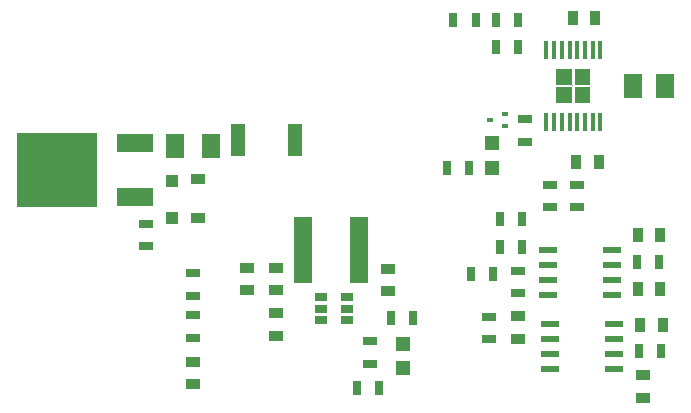
<source format=gtp>
G04*
G04 #@! TF.GenerationSoftware,Altium Limited,Altium Designer,20.2.4 (192)*
G04*
G04 Layer_Color=8421504*
%FSLAX44Y44*%
%MOMM*%
G71*
G04*
G04 #@! TF.SameCoordinates,784D42F2-C5A6-4340-B429-8165139C0F3B*
G04*
G04*
G04 #@! TF.FilePolarity,Positive*
G04*
G01*
G75*
%ADD16R,1.2000X1.2000*%
%ADD17R,0.9000X1.3000*%
%ADD18R,1.3000X0.9000*%
%ADD19R,1.3000X0.7000*%
%ADD20R,0.7000X1.3000*%
%ADD21R,1.5000X2.0000*%
%ADD22R,1.3000X2.8000*%
%ADD23R,3.1000X1.6000*%
%ADD24R,6.9000X6.3500*%
%ADD25R,1.5494X0.6096*%
%ADD26R,0.5100X0.4000*%
%ADD27R,1.0000X0.7000*%
%ADD28R,1.5200X2.0300*%
%ADD29R,1.6000X5.7000*%
%ADD30R,1.0000X1.0000*%
%ADD31R,1.2500X0.9500*%
%ADD32R,0.3548X1.5533*%
%ADD33R,0.0254X0.0254*%
G36*
X576000Y261506D02*
Y275000D01*
X562506D01*
Y261506D01*
X576000D01*
D02*
G37*
G36*
Y277000D02*
Y290494D01*
X562506D01*
Y277000D01*
X576000D01*
D02*
G37*
G36*
X591494Y261506D02*
Y275000D01*
X578000D01*
Y261506D01*
X591494D01*
D02*
G37*
G36*
Y277000D02*
Y290494D01*
X578000D01*
Y277000D01*
X591494D01*
D02*
G37*
D16*
X508000Y227500D02*
D03*
Y206500D02*
D03*
X432500Y37000D02*
D03*
Y58000D02*
D03*
D17*
X595500Y334000D02*
D03*
X576500D02*
D03*
X652500Y74000D02*
D03*
X633500D02*
D03*
X631500Y104000D02*
D03*
X650500D02*
D03*
X650500Y150000D02*
D03*
X631500D02*
D03*
X579500Y212000D02*
D03*
X598500D02*
D03*
D18*
X530000Y62230D02*
D03*
Y81230D02*
D03*
X636000Y31000D02*
D03*
Y12000D02*
D03*
X255000Y42500D02*
D03*
Y23500D02*
D03*
X301000Y122000D02*
D03*
Y103000D02*
D03*
X325000Y122000D02*
D03*
Y103000D02*
D03*
X325000Y64500D02*
D03*
Y83500D02*
D03*
X420000Y102500D02*
D03*
Y121500D02*
D03*
D19*
X506000Y80500D02*
D03*
Y61500D02*
D03*
X580000Y192500D02*
D03*
Y173500D02*
D03*
X557000Y173500D02*
D03*
Y192500D02*
D03*
X536000Y248000D02*
D03*
Y229000D02*
D03*
X255000Y82000D02*
D03*
Y63000D02*
D03*
X530000Y100500D02*
D03*
Y119500D02*
D03*
X255000Y98500D02*
D03*
Y117500D02*
D03*
X405000Y60000D02*
D03*
Y41000D02*
D03*
X215000Y140500D02*
D03*
Y159500D02*
D03*
D20*
X651500Y52000D02*
D03*
X632500D02*
D03*
X533500Y140000D02*
D03*
X514500D02*
D03*
X533500Y163000D02*
D03*
X514500D02*
D03*
X489000Y207000D02*
D03*
X470000D02*
D03*
X530500Y309000D02*
D03*
X511500D02*
D03*
X511500Y332000D02*
D03*
X530500D02*
D03*
X490000Y117000D02*
D03*
X509000D02*
D03*
X649500Y127000D02*
D03*
X630500D02*
D03*
X494500Y332000D02*
D03*
X475500D02*
D03*
X412500Y20000D02*
D03*
X393500D02*
D03*
X441500Y80000D02*
D03*
X422500D02*
D03*
D21*
X627300Y276000D02*
D03*
X655000D02*
D03*
D22*
X293000Y230000D02*
D03*
X341000D02*
D03*
D23*
X206000Y182140D02*
D03*
Y227860D02*
D03*
D24*
X140000Y205000D02*
D03*
D25*
X557000Y74400D02*
D03*
Y61700D02*
D03*
Y49000D02*
D03*
Y36300D02*
D03*
X611102Y74400D02*
D03*
Y61700D02*
D03*
Y49000D02*
D03*
Y36300D02*
D03*
X555949Y137550D02*
D03*
Y124850D02*
D03*
Y112150D02*
D03*
Y99450D02*
D03*
X610051Y137550D02*
D03*
Y124850D02*
D03*
Y112150D02*
D03*
Y99450D02*
D03*
D26*
X506100Y247000D02*
D03*
X519000Y252000D02*
D03*
Y242000D02*
D03*
D27*
X385000Y78000D02*
D03*
Y87500D02*
D03*
Y97000D02*
D03*
X363000Y78000D02*
D03*
Y97000D02*
D03*
Y87500D02*
D03*
D28*
X239600Y225000D02*
D03*
X270000D02*
D03*
D29*
X395500Y137000D02*
D03*
X348500D02*
D03*
D30*
X237000Y164250D02*
D03*
Y195750D02*
D03*
D31*
X259000Y164650D02*
D03*
Y197350D02*
D03*
D32*
X599750Y306245D02*
D03*
X593250D02*
D03*
X586750D02*
D03*
X580250D02*
D03*
X573750D02*
D03*
X567250D02*
D03*
X560750D02*
D03*
X554250D02*
D03*
Y245755D02*
D03*
X560750D02*
D03*
X567250D02*
D03*
X573750D02*
D03*
X580250D02*
D03*
X586750D02*
D03*
X593250D02*
D03*
X599750D02*
D03*
D33*
X577000Y276000D02*
D03*
M02*

</source>
